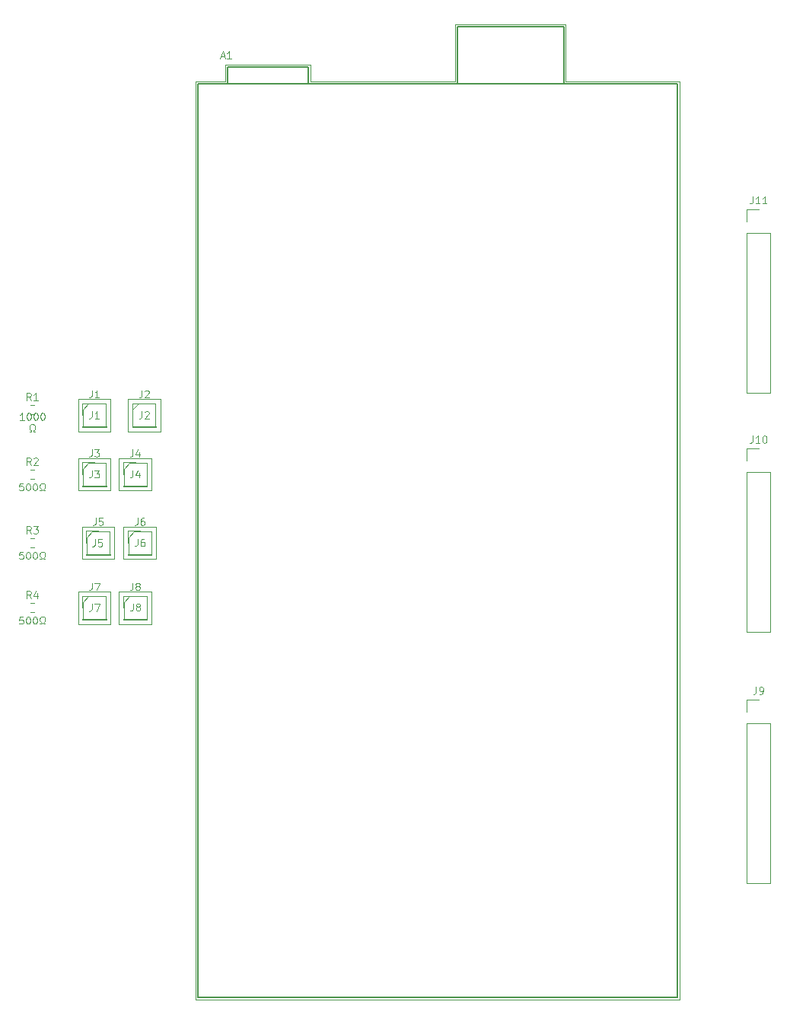
<source format=gbr>
%TF.GenerationSoftware,Flux,Pcbnew,7.0.11-7.0.11~ubuntu20.04.1*%
%TF.CreationDate,2024-04-02T09:14:25+00:00*%
%TF.ProjectId,input,696e7075-742e-46b6-9963-61645f706362,rev?*%
%TF.SameCoordinates,Original*%
%TF.FileFunction,Legend,Top*%
%TF.FilePolarity,Positive*%
%FSLAX46Y46*%
G04 Gerber Fmt 4.6, Leading zero omitted, Abs format (unit mm)*
G04 Filename: strong-peach-translation-collar*
G04 Build it with Flux! Visit our site at: https://www.flux.ai (PCBNEW 7.0.11-7.0.11~ubuntu20.04.1) date 2024-04-02 09:14:25*
%MOMM*%
%LPD*%
G01*
G04 APERTURE LIST*
%ADD10C,0.095000*%
%ADD11C,0.100000*%
%ADD12C,0.120000*%
%ADD13C,0.050000*%
%ADD14C,0.127000*%
G04 APERTURE END LIST*
D10*
X-330166Y-3756655D02*
X-330166Y-4328083D01*
X-330166Y-4328083D02*
X-368261Y-4442369D01*
X-368261Y-4442369D02*
X-444452Y-4518560D01*
X-444452Y-4518560D02*
X-558737Y-4556655D01*
X-558737Y-4556655D02*
X-634928Y-4556655D01*
X431738Y-3756655D02*
X50786Y-3756655D01*
X50786Y-3756655D02*
X12690Y-4137607D01*
X12690Y-4137607D02*
X50786Y-4099512D01*
X50786Y-4099512D02*
X126976Y-4061417D01*
X126976Y-4061417D02*
X317452Y-4061417D01*
X317452Y-4061417D02*
X393643Y-4099512D01*
X393643Y-4099512D02*
X431738Y-4137607D01*
X431738Y-4137607D02*
X469833Y-4213798D01*
X469833Y-4213798D02*
X469833Y-4404274D01*
X469833Y-4404274D02*
X431738Y-4480464D01*
X431738Y-4480464D02*
X393643Y-4518560D01*
X393643Y-4518560D02*
X317452Y-4556655D01*
X317452Y-4556655D02*
X126976Y-4556655D01*
X126976Y-4556655D02*
X50786Y-4518560D01*
X50786Y-4518560D02*
X12690Y-4480464D01*
X-266666Y-1389955D02*
X-266666Y-1961383D01*
X-266666Y-1961383D02*
X-304761Y-2075669D01*
X-304761Y-2075669D02*
X-380952Y-2151860D01*
X-380952Y-2151860D02*
X-495237Y-2189955D01*
X-495237Y-2189955D02*
X-571428Y-2189955D01*
X495238Y-1389955D02*
X114286Y-1389955D01*
X114286Y-1389955D02*
X76190Y-1770907D01*
X76190Y-1770907D02*
X114286Y-1732812D01*
X114286Y-1732812D02*
X190476Y-1694717D01*
X190476Y-1694717D02*
X380952Y-1694717D01*
X380952Y-1694717D02*
X457143Y-1732812D01*
X457143Y-1732812D02*
X495238Y-1770907D01*
X495238Y-1770907D02*
X533333Y-1847098D01*
X533333Y-1847098D02*
X533333Y-2037574D01*
X533333Y-2037574D02*
X495238Y-2113764D01*
X495238Y-2113764D02*
X457143Y-2151860D01*
X457143Y-2151860D02*
X380952Y-2189955D01*
X380952Y-2189955D02*
X190476Y-2189955D01*
X190476Y-2189955D02*
X114286Y-2151860D01*
X114286Y-2151860D02*
X76190Y-2113764D01*
X3855333Y3900044D02*
X3855333Y3328616D01*
X3855333Y3328616D02*
X3817238Y3214330D01*
X3817238Y3214330D02*
X3741047Y3138140D01*
X3741047Y3138140D02*
X3626762Y3100044D01*
X3626762Y3100044D02*
X3550571Y3100044D01*
X4579143Y3633378D02*
X4579143Y3100044D01*
X4388667Y3938140D02*
X4198190Y3366711D01*
X4198190Y3366711D02*
X4693429Y3366711D01*
X3855333Y6230044D02*
X3855333Y5658616D01*
X3855333Y5658616D02*
X3817238Y5544330D01*
X3817238Y5544330D02*
X3741047Y5468140D01*
X3741047Y5468140D02*
X3626762Y5430044D01*
X3626762Y5430044D02*
X3550571Y5430044D01*
X4579143Y5963378D02*
X4579143Y5430044D01*
X4388667Y6268140D02*
X4198190Y5696711D01*
X4198190Y5696711D02*
X4693429Y5696711D01*
X-8349371Y-5149955D02*
X-8730323Y-5149955D01*
X-8730323Y-5149955D02*
X-8768419Y-5530907D01*
X-8768419Y-5530907D02*
X-8730323Y-5492812D01*
X-8730323Y-5492812D02*
X-8654133Y-5454717D01*
X-8654133Y-5454717D02*
X-8463657Y-5454717D01*
X-8463657Y-5454717D02*
X-8387466Y-5492812D01*
X-8387466Y-5492812D02*
X-8349371Y-5530907D01*
X-8349371Y-5530907D02*
X-8311276Y-5607098D01*
X-8311276Y-5607098D02*
X-8311276Y-5797574D01*
X-8311276Y-5797574D02*
X-8349371Y-5873764D01*
X-8349371Y-5873764D02*
X-8387466Y-5911860D01*
X-8387466Y-5911860D02*
X-8463657Y-5949955D01*
X-8463657Y-5949955D02*
X-8654133Y-5949955D01*
X-8654133Y-5949955D02*
X-8730323Y-5911860D01*
X-8730323Y-5911860D02*
X-8768419Y-5873764D01*
X-7816037Y-5149955D02*
X-7739847Y-5149955D01*
X-7739847Y-5149955D02*
X-7663656Y-5188050D01*
X-7663656Y-5188050D02*
X-7625561Y-5226145D01*
X-7625561Y-5226145D02*
X-7587466Y-5302336D01*
X-7587466Y-5302336D02*
X-7549371Y-5454717D01*
X-7549371Y-5454717D02*
X-7549371Y-5645193D01*
X-7549371Y-5645193D02*
X-7587466Y-5797574D01*
X-7587466Y-5797574D02*
X-7625561Y-5873764D01*
X-7625561Y-5873764D02*
X-7663656Y-5911860D01*
X-7663656Y-5911860D02*
X-7739847Y-5949955D01*
X-7739847Y-5949955D02*
X-7816037Y-5949955D01*
X-7816037Y-5949955D02*
X-7892228Y-5911860D01*
X-7892228Y-5911860D02*
X-7930323Y-5873764D01*
X-7930323Y-5873764D02*
X-7968418Y-5797574D01*
X-7968418Y-5797574D02*
X-8006514Y-5645193D01*
X-8006514Y-5645193D02*
X-8006514Y-5454717D01*
X-8006514Y-5454717D02*
X-7968418Y-5302336D01*
X-7968418Y-5302336D02*
X-7930323Y-5226145D01*
X-7930323Y-5226145D02*
X-7892228Y-5188050D01*
X-7892228Y-5188050D02*
X-7816037Y-5149955D01*
X-7054132Y-5149955D02*
X-6977942Y-5149955D01*
X-6977942Y-5149955D02*
X-6901751Y-5188050D01*
X-6901751Y-5188050D02*
X-6863656Y-5226145D01*
X-6863656Y-5226145D02*
X-6825561Y-5302336D01*
X-6825561Y-5302336D02*
X-6787466Y-5454717D01*
X-6787466Y-5454717D02*
X-6787466Y-5645193D01*
X-6787466Y-5645193D02*
X-6825561Y-5797574D01*
X-6825561Y-5797574D02*
X-6863656Y-5873764D01*
X-6863656Y-5873764D02*
X-6901751Y-5911860D01*
X-6901751Y-5911860D02*
X-6977942Y-5949955D01*
X-6977942Y-5949955D02*
X-7054132Y-5949955D01*
X-7054132Y-5949955D02*
X-7130323Y-5911860D01*
X-7130323Y-5911860D02*
X-7168418Y-5873764D01*
X-7168418Y-5873764D02*
X-7206513Y-5797574D01*
X-7206513Y-5797574D02*
X-7244609Y-5645193D01*
X-7244609Y-5645193D02*
X-7244609Y-5454717D01*
X-7244609Y-5454717D02*
X-7206513Y-5302336D01*
X-7206513Y-5302336D02*
X-7168418Y-5226145D01*
X-7168418Y-5226145D02*
X-7130323Y-5188050D01*
X-7130323Y-5188050D02*
X-7054132Y-5149955D01*
X-6482704Y-5949955D02*
X-6292227Y-5949955D01*
X-6292227Y-5949955D02*
X-6292227Y-5797574D01*
X-6292227Y-5797574D02*
X-6368418Y-5759479D01*
X-6368418Y-5759479D02*
X-6444608Y-5683288D01*
X-6444608Y-5683288D02*
X-6482704Y-5569002D01*
X-6482704Y-5569002D02*
X-6482704Y-5378526D01*
X-6482704Y-5378526D02*
X-6444608Y-5264240D01*
X-6444608Y-5264240D02*
X-6368418Y-5188050D01*
X-6368418Y-5188050D02*
X-6254132Y-5149955D01*
X-6254132Y-5149955D02*
X-6101751Y-5149955D01*
X-6101751Y-5149955D02*
X-5987465Y-5188050D01*
X-5987465Y-5188050D02*
X-5911275Y-5264240D01*
X-5911275Y-5264240D02*
X-5873180Y-5378526D01*
X-5873180Y-5378526D02*
X-5873180Y-5569002D01*
X-5873180Y-5569002D02*
X-5911275Y-5683288D01*
X-5911275Y-5683288D02*
X-5987465Y-5759479D01*
X-5987465Y-5759479D02*
X-6063656Y-5797574D01*
X-6063656Y-5797574D02*
X-6063656Y-5949955D01*
X-6063656Y-5949955D02*
X-5873180Y-5949955D01*
X-7454132Y-3089955D02*
X-7720799Y-2709002D01*
X-7911275Y-3089955D02*
X-7911275Y-2289955D01*
X-7911275Y-2289955D02*
X-7606513Y-2289955D01*
X-7606513Y-2289955D02*
X-7530323Y-2328050D01*
X-7530323Y-2328050D02*
X-7492228Y-2366145D01*
X-7492228Y-2366145D02*
X-7454132Y-2442336D01*
X-7454132Y-2442336D02*
X-7454132Y-2556621D01*
X-7454132Y-2556621D02*
X-7492228Y-2632812D01*
X-7492228Y-2632812D02*
X-7530323Y-2670907D01*
X-7530323Y-2670907D02*
X-7606513Y-2709002D01*
X-7606513Y-2709002D02*
X-7911275Y-2709002D01*
X-7187466Y-2289955D02*
X-6692228Y-2289955D01*
X-6692228Y-2289955D02*
X-6958894Y-2594717D01*
X-6958894Y-2594717D02*
X-6844609Y-2594717D01*
X-6844609Y-2594717D02*
X-6768418Y-2632812D01*
X-6768418Y-2632812D02*
X-6730323Y-2670907D01*
X-6730323Y-2670907D02*
X-6692228Y-2747098D01*
X-6692228Y-2747098D02*
X-6692228Y-2937574D01*
X-6692228Y-2937574D02*
X-6730323Y-3013764D01*
X-6730323Y-3013764D02*
X-6768418Y-3051860D01*
X-6768418Y-3051860D02*
X-6844609Y-3089955D01*
X-6844609Y-3089955D02*
X-7073180Y-3089955D01*
X-7073180Y-3089955D02*
X-7149371Y-3051860D01*
X-7149371Y-3051860D02*
X-7187466Y-3013764D01*
X4860133Y10485544D02*
X4860133Y9914116D01*
X4860133Y9914116D02*
X4822038Y9799830D01*
X4822038Y9799830D02*
X4745847Y9723640D01*
X4745847Y9723640D02*
X4631562Y9685544D01*
X4631562Y9685544D02*
X4555371Y9685544D01*
X5202990Y10409354D02*
X5241086Y10447449D01*
X5241086Y10447449D02*
X5317276Y10485544D01*
X5317276Y10485544D02*
X5507752Y10485544D01*
X5507752Y10485544D02*
X5583943Y10447449D01*
X5583943Y10447449D02*
X5622038Y10409354D01*
X5622038Y10409354D02*
X5660133Y10333163D01*
X5660133Y10333163D02*
X5660133Y10256973D01*
X5660133Y10256973D02*
X5622038Y10142687D01*
X5622038Y10142687D02*
X5164895Y9685544D01*
X5164895Y9685544D02*
X5660133Y9685544D01*
X4860133Y12815544D02*
X4860133Y12244116D01*
X4860133Y12244116D02*
X4822038Y12129830D01*
X4822038Y12129830D02*
X4745847Y12053640D01*
X4745847Y12053640D02*
X4631562Y12015544D01*
X4631562Y12015544D02*
X4555371Y12015544D01*
X5202990Y12739354D02*
X5241086Y12777449D01*
X5241086Y12777449D02*
X5317276Y12815544D01*
X5317276Y12815544D02*
X5507752Y12815544D01*
X5507752Y12815544D02*
X5583943Y12777449D01*
X5583943Y12777449D02*
X5622038Y12739354D01*
X5622038Y12739354D02*
X5660133Y12663163D01*
X5660133Y12663163D02*
X5660133Y12586973D01*
X5660133Y12586973D02*
X5622038Y12472687D01*
X5622038Y12472687D02*
X5164895Y12015544D01*
X5164895Y12015544D02*
X5660133Y12015544D01*
X-8349371Y-12359855D02*
X-8730323Y-12359855D01*
X-8730323Y-12359855D02*
X-8768419Y-12740807D01*
X-8768419Y-12740807D02*
X-8730323Y-12702712D01*
X-8730323Y-12702712D02*
X-8654133Y-12664617D01*
X-8654133Y-12664617D02*
X-8463657Y-12664617D01*
X-8463657Y-12664617D02*
X-8387466Y-12702712D01*
X-8387466Y-12702712D02*
X-8349371Y-12740807D01*
X-8349371Y-12740807D02*
X-8311276Y-12816998D01*
X-8311276Y-12816998D02*
X-8311276Y-13007474D01*
X-8311276Y-13007474D02*
X-8349371Y-13083664D01*
X-8349371Y-13083664D02*
X-8387466Y-13121760D01*
X-8387466Y-13121760D02*
X-8463657Y-13159855D01*
X-8463657Y-13159855D02*
X-8654133Y-13159855D01*
X-8654133Y-13159855D02*
X-8730323Y-13121760D01*
X-8730323Y-13121760D02*
X-8768419Y-13083664D01*
X-7816037Y-12359855D02*
X-7739847Y-12359855D01*
X-7739847Y-12359855D02*
X-7663656Y-12397950D01*
X-7663656Y-12397950D02*
X-7625561Y-12436045D01*
X-7625561Y-12436045D02*
X-7587466Y-12512236D01*
X-7587466Y-12512236D02*
X-7549371Y-12664617D01*
X-7549371Y-12664617D02*
X-7549371Y-12855093D01*
X-7549371Y-12855093D02*
X-7587466Y-13007474D01*
X-7587466Y-13007474D02*
X-7625561Y-13083664D01*
X-7625561Y-13083664D02*
X-7663656Y-13121760D01*
X-7663656Y-13121760D02*
X-7739847Y-13159855D01*
X-7739847Y-13159855D02*
X-7816037Y-13159855D01*
X-7816037Y-13159855D02*
X-7892228Y-13121760D01*
X-7892228Y-13121760D02*
X-7930323Y-13083664D01*
X-7930323Y-13083664D02*
X-7968418Y-13007474D01*
X-7968418Y-13007474D02*
X-8006514Y-12855093D01*
X-8006514Y-12855093D02*
X-8006514Y-12664617D01*
X-8006514Y-12664617D02*
X-7968418Y-12512236D01*
X-7968418Y-12512236D02*
X-7930323Y-12436045D01*
X-7930323Y-12436045D02*
X-7892228Y-12397950D01*
X-7892228Y-12397950D02*
X-7816037Y-12359855D01*
X-7054132Y-12359855D02*
X-6977942Y-12359855D01*
X-6977942Y-12359855D02*
X-6901751Y-12397950D01*
X-6901751Y-12397950D02*
X-6863656Y-12436045D01*
X-6863656Y-12436045D02*
X-6825561Y-12512236D01*
X-6825561Y-12512236D02*
X-6787466Y-12664617D01*
X-6787466Y-12664617D02*
X-6787466Y-12855093D01*
X-6787466Y-12855093D02*
X-6825561Y-13007474D01*
X-6825561Y-13007474D02*
X-6863656Y-13083664D01*
X-6863656Y-13083664D02*
X-6901751Y-13121760D01*
X-6901751Y-13121760D02*
X-6977942Y-13159855D01*
X-6977942Y-13159855D02*
X-7054132Y-13159855D01*
X-7054132Y-13159855D02*
X-7130323Y-13121760D01*
X-7130323Y-13121760D02*
X-7168418Y-13083664D01*
X-7168418Y-13083664D02*
X-7206513Y-13007474D01*
X-7206513Y-13007474D02*
X-7244609Y-12855093D01*
X-7244609Y-12855093D02*
X-7244609Y-12664617D01*
X-7244609Y-12664617D02*
X-7206513Y-12512236D01*
X-7206513Y-12512236D02*
X-7168418Y-12436045D01*
X-7168418Y-12436045D02*
X-7130323Y-12397950D01*
X-7130323Y-12397950D02*
X-7054132Y-12359855D01*
X-6482704Y-13159855D02*
X-6292227Y-13159855D01*
X-6292227Y-13159855D02*
X-6292227Y-13007474D01*
X-6292227Y-13007474D02*
X-6368418Y-12969379D01*
X-6368418Y-12969379D02*
X-6444608Y-12893188D01*
X-6444608Y-12893188D02*
X-6482704Y-12778902D01*
X-6482704Y-12778902D02*
X-6482704Y-12588426D01*
X-6482704Y-12588426D02*
X-6444608Y-12474140D01*
X-6444608Y-12474140D02*
X-6368418Y-12397950D01*
X-6368418Y-12397950D02*
X-6254132Y-12359855D01*
X-6254132Y-12359855D02*
X-6101751Y-12359855D01*
X-6101751Y-12359855D02*
X-5987465Y-12397950D01*
X-5987465Y-12397950D02*
X-5911275Y-12474140D01*
X-5911275Y-12474140D02*
X-5873180Y-12588426D01*
X-5873180Y-12588426D02*
X-5873180Y-12778902D01*
X-5873180Y-12778902D02*
X-5911275Y-12893188D01*
X-5911275Y-12893188D02*
X-5987465Y-12969379D01*
X-5987465Y-12969379D02*
X-6063656Y-13007474D01*
X-6063656Y-13007474D02*
X-6063656Y-13159855D01*
X-6063656Y-13159855D02*
X-5873180Y-13159855D01*
X-7454132Y-10299855D02*
X-7720799Y-9918902D01*
X-7911275Y-10299855D02*
X-7911275Y-9499855D01*
X-7911275Y-9499855D02*
X-7606513Y-9499855D01*
X-7606513Y-9499855D02*
X-7530323Y-9537950D01*
X-7530323Y-9537950D02*
X-7492228Y-9576045D01*
X-7492228Y-9576045D02*
X-7454132Y-9652236D01*
X-7454132Y-9652236D02*
X-7454132Y-9766521D01*
X-7454132Y-9766521D02*
X-7492228Y-9842712D01*
X-7492228Y-9842712D02*
X-7530323Y-9880807D01*
X-7530323Y-9880807D02*
X-7606513Y-9918902D01*
X-7606513Y-9918902D02*
X-7911275Y-9918902D01*
X-6768418Y-9766521D02*
X-6768418Y-10299855D01*
X-6958894Y-9461760D02*
X-7149371Y-10033188D01*
X-7149371Y-10033188D02*
X-6654132Y-10033188D01*
X13670871Y49943116D02*
X14051824Y49943116D01*
X13594681Y49714544D02*
X13861348Y50514544D01*
X13861348Y50514544D02*
X14128014Y49714544D01*
X14813728Y49714544D02*
X14356585Y49714544D01*
X14585157Y49714544D02*
X14585157Y50514544D01*
X14585157Y50514544D02*
X14508966Y50400259D01*
X14508966Y50400259D02*
X14432776Y50324068D01*
X14432776Y50324068D02*
X14356585Y50285973D01*
X-685166Y3900044D02*
X-685166Y3328616D01*
X-685166Y3328616D02*
X-723261Y3214330D01*
X-723261Y3214330D02*
X-799452Y3138140D01*
X-799452Y3138140D02*
X-913737Y3100044D01*
X-913737Y3100044D02*
X-989928Y3100044D01*
X-380404Y3900044D02*
X114833Y3900044D01*
X114833Y3900044D02*
X-151832Y3595282D01*
X-151832Y3595282D02*
X-37547Y3595282D01*
X-37547Y3595282D02*
X38643Y3557187D01*
X38643Y3557187D02*
X76738Y3519092D01*
X76738Y3519092D02*
X114833Y3442901D01*
X114833Y3442901D02*
X114833Y3252425D01*
X114833Y3252425D02*
X76738Y3176235D01*
X76738Y3176235D02*
X38643Y3138140D01*
X38643Y3138140D02*
X-37547Y3100044D01*
X-37547Y3100044D02*
X-266118Y3100044D01*
X-266118Y3100044D02*
X-342309Y3138140D01*
X-342309Y3138140D02*
X-380404Y3176235D01*
X-685166Y6230044D02*
X-685166Y5658616D01*
X-685166Y5658616D02*
X-723261Y5544330D01*
X-723261Y5544330D02*
X-799452Y5468140D01*
X-799452Y5468140D02*
X-913737Y5430044D01*
X-913737Y5430044D02*
X-989928Y5430044D01*
X-380404Y6230044D02*
X114833Y6230044D01*
X114833Y6230044D02*
X-151832Y5925282D01*
X-151832Y5925282D02*
X-37547Y5925282D01*
X-37547Y5925282D02*
X38643Y5887187D01*
X38643Y5887187D02*
X76738Y5849092D01*
X76738Y5849092D02*
X114833Y5772901D01*
X114833Y5772901D02*
X114833Y5582425D01*
X114833Y5582425D02*
X76738Y5506235D01*
X76738Y5506235D02*
X38643Y5468140D01*
X38643Y5468140D02*
X-37547Y5430044D01*
X-37547Y5430044D02*
X-266118Y5430044D01*
X-266118Y5430044D02*
X-342309Y5468140D01*
X-342309Y5468140D02*
X-380404Y5506235D01*
X3898033Y-10901855D02*
X3898033Y-11473283D01*
X3898033Y-11473283D02*
X3859938Y-11587569D01*
X3859938Y-11587569D02*
X3783747Y-11663760D01*
X3783747Y-11663760D02*
X3669462Y-11701855D01*
X3669462Y-11701855D02*
X3593271Y-11701855D01*
X4393271Y-11244712D02*
X4317081Y-11206617D01*
X4317081Y-11206617D02*
X4278986Y-11168521D01*
X4278986Y-11168521D02*
X4240890Y-11092331D01*
X4240890Y-11092331D02*
X4240890Y-11054236D01*
X4240890Y-11054236D02*
X4278986Y-10978045D01*
X4278986Y-10978045D02*
X4317081Y-10939950D01*
X4317081Y-10939950D02*
X4393271Y-10901855D01*
X4393271Y-10901855D02*
X4545652Y-10901855D01*
X4545652Y-10901855D02*
X4621843Y-10939950D01*
X4621843Y-10939950D02*
X4659938Y-10978045D01*
X4659938Y-10978045D02*
X4698033Y-11054236D01*
X4698033Y-11054236D02*
X4698033Y-11092331D01*
X4698033Y-11092331D02*
X4659938Y-11168521D01*
X4659938Y-11168521D02*
X4621843Y-11206617D01*
X4621843Y-11206617D02*
X4545652Y-11244712D01*
X4545652Y-11244712D02*
X4393271Y-11244712D01*
X4393271Y-11244712D02*
X4317081Y-11282807D01*
X4317081Y-11282807D02*
X4278986Y-11320902D01*
X4278986Y-11320902D02*
X4240890Y-11397093D01*
X4240890Y-11397093D02*
X4240890Y-11549474D01*
X4240890Y-11549474D02*
X4278986Y-11625664D01*
X4278986Y-11625664D02*
X4317081Y-11663760D01*
X4317081Y-11663760D02*
X4393271Y-11701855D01*
X4393271Y-11701855D02*
X4545652Y-11701855D01*
X4545652Y-11701855D02*
X4621843Y-11663760D01*
X4621843Y-11663760D02*
X4659938Y-11625664D01*
X4659938Y-11625664D02*
X4698033Y-11549474D01*
X4698033Y-11549474D02*
X4698033Y-11397093D01*
X4698033Y-11397093D02*
X4659938Y-11320902D01*
X4659938Y-11320902D02*
X4621843Y-11282807D01*
X4621843Y-11282807D02*
X4545652Y-11244712D01*
X3855333Y-8599855D02*
X3855333Y-9171283D01*
X3855333Y-9171283D02*
X3817238Y-9285569D01*
X3817238Y-9285569D02*
X3741047Y-9361760D01*
X3741047Y-9361760D02*
X3626762Y-9399855D01*
X3626762Y-9399855D02*
X3550571Y-9399855D01*
X4350571Y-8942712D02*
X4274381Y-8904617D01*
X4274381Y-8904617D02*
X4236286Y-8866521D01*
X4236286Y-8866521D02*
X4198190Y-8790331D01*
X4198190Y-8790331D02*
X4198190Y-8752236D01*
X4198190Y-8752236D02*
X4236286Y-8676045D01*
X4236286Y-8676045D02*
X4274381Y-8637950D01*
X4274381Y-8637950D02*
X4350571Y-8599855D01*
X4350571Y-8599855D02*
X4502952Y-8599855D01*
X4502952Y-8599855D02*
X4579143Y-8637950D01*
X4579143Y-8637950D02*
X4617238Y-8676045D01*
X4617238Y-8676045D02*
X4655333Y-8752236D01*
X4655333Y-8752236D02*
X4655333Y-8790331D01*
X4655333Y-8790331D02*
X4617238Y-8866521D01*
X4617238Y-8866521D02*
X4579143Y-8904617D01*
X4579143Y-8904617D02*
X4502952Y-8942712D01*
X4502952Y-8942712D02*
X4350571Y-8942712D01*
X4350571Y-8942712D02*
X4274381Y-8980807D01*
X4274381Y-8980807D02*
X4236286Y-9018902D01*
X4236286Y-9018902D02*
X4198190Y-9095093D01*
X4198190Y-9095093D02*
X4198190Y-9247474D01*
X4198190Y-9247474D02*
X4236286Y-9323664D01*
X4236286Y-9323664D02*
X4274381Y-9361760D01*
X4274381Y-9361760D02*
X4350571Y-9399855D01*
X4350571Y-9399855D02*
X4502952Y-9399855D01*
X4502952Y-9399855D02*
X4579143Y-9361760D01*
X4579143Y-9361760D02*
X4617238Y-9323664D01*
X4617238Y-9323664D02*
X4655333Y-9247474D01*
X4655333Y-9247474D02*
X4655333Y-9095093D01*
X4655333Y-9095093D02*
X4617238Y-9018902D01*
X4617238Y-9018902D02*
X4579143Y-8980807D01*
X4579143Y-8980807D02*
X4502952Y-8942712D01*
X-685166Y10485644D02*
X-685166Y9914216D01*
X-685166Y9914216D02*
X-723261Y9799930D01*
X-723261Y9799930D02*
X-799452Y9723740D01*
X-799452Y9723740D02*
X-913737Y9685644D01*
X-913737Y9685644D02*
X-989928Y9685644D01*
X114833Y9685644D02*
X-342309Y9685644D01*
X-113737Y9685644D02*
X-113737Y10485644D01*
X-113737Y10485644D02*
X-189928Y10371359D01*
X-189928Y10371359D02*
X-266118Y10295168D01*
X-266118Y10295168D02*
X-342309Y10257073D01*
X-685166Y12815644D02*
X-685166Y12244216D01*
X-685166Y12244216D02*
X-723261Y12129930D01*
X-723261Y12129930D02*
X-799452Y12053740D01*
X-799452Y12053740D02*
X-913737Y12015644D01*
X-913737Y12015644D02*
X-989928Y12015644D01*
X114833Y12015644D02*
X-342309Y12015644D01*
X-113737Y12015644D02*
X-113737Y12815644D01*
X-113737Y12815644D02*
X-189928Y12701359D01*
X-189928Y12701359D02*
X-266118Y12625168D01*
X-266118Y12625168D02*
X-342309Y12587073D01*
X-8235086Y9512644D02*
X-8692229Y9512644D01*
X-8463657Y9512644D02*
X-8463657Y10312644D01*
X-8463657Y10312644D02*
X-8539848Y10198359D01*
X-8539848Y10198359D02*
X-8616038Y10122168D01*
X-8616038Y10122168D02*
X-8692229Y10084073D01*
X-7739847Y10312644D02*
X-7663657Y10312644D01*
X-7663657Y10312644D02*
X-7587466Y10274549D01*
X-7587466Y10274549D02*
X-7549371Y10236454D01*
X-7549371Y10236454D02*
X-7511276Y10160263D01*
X-7511276Y10160263D02*
X-7473181Y10007882D01*
X-7473181Y10007882D02*
X-7473181Y9817406D01*
X-7473181Y9817406D02*
X-7511276Y9665025D01*
X-7511276Y9665025D02*
X-7549371Y9588835D01*
X-7549371Y9588835D02*
X-7587466Y9550740D01*
X-7587466Y9550740D02*
X-7663657Y9512644D01*
X-7663657Y9512644D02*
X-7739847Y9512644D01*
X-7739847Y9512644D02*
X-7816038Y9550740D01*
X-7816038Y9550740D02*
X-7854133Y9588835D01*
X-7854133Y9588835D02*
X-7892228Y9665025D01*
X-7892228Y9665025D02*
X-7930324Y9817406D01*
X-7930324Y9817406D02*
X-7930324Y10007882D01*
X-7930324Y10007882D02*
X-7892228Y10160263D01*
X-7892228Y10160263D02*
X-7854133Y10236454D01*
X-7854133Y10236454D02*
X-7816038Y10274549D01*
X-7816038Y10274549D02*
X-7739847Y10312644D01*
X-6977942Y10312644D02*
X-6901752Y10312644D01*
X-6901752Y10312644D02*
X-6825561Y10274549D01*
X-6825561Y10274549D02*
X-6787466Y10236454D01*
X-6787466Y10236454D02*
X-6749371Y10160263D01*
X-6749371Y10160263D02*
X-6711276Y10007882D01*
X-6711276Y10007882D02*
X-6711276Y9817406D01*
X-6711276Y9817406D02*
X-6749371Y9665025D01*
X-6749371Y9665025D02*
X-6787466Y9588835D01*
X-6787466Y9588835D02*
X-6825561Y9550740D01*
X-6825561Y9550740D02*
X-6901752Y9512644D01*
X-6901752Y9512644D02*
X-6977942Y9512644D01*
X-6977942Y9512644D02*
X-7054133Y9550740D01*
X-7054133Y9550740D02*
X-7092228Y9588835D01*
X-7092228Y9588835D02*
X-7130323Y9665025D01*
X-7130323Y9665025D02*
X-7168419Y9817406D01*
X-7168419Y9817406D02*
X-7168419Y10007882D01*
X-7168419Y10007882D02*
X-7130323Y10160263D01*
X-7130323Y10160263D02*
X-7092228Y10236454D01*
X-7092228Y10236454D02*
X-7054133Y10274549D01*
X-7054133Y10274549D02*
X-6977942Y10312644D01*
X-6216037Y10312644D02*
X-6139847Y10312644D01*
X-6139847Y10312644D02*
X-6063656Y10274549D01*
X-6063656Y10274549D02*
X-6025561Y10236454D01*
X-6025561Y10236454D02*
X-5987466Y10160263D01*
X-5987466Y10160263D02*
X-5949371Y10007882D01*
X-5949371Y10007882D02*
X-5949371Y9817406D01*
X-5949371Y9817406D02*
X-5987466Y9665025D01*
X-5987466Y9665025D02*
X-6025561Y9588835D01*
X-6025561Y9588835D02*
X-6063656Y9550740D01*
X-6063656Y9550740D02*
X-6139847Y9512644D01*
X-6139847Y9512644D02*
X-6216037Y9512644D01*
X-6216037Y9512644D02*
X-6292228Y9550740D01*
X-6292228Y9550740D02*
X-6330323Y9588835D01*
X-6330323Y9588835D02*
X-6368418Y9665025D01*
X-6368418Y9665025D02*
X-6406514Y9817406D01*
X-6406514Y9817406D02*
X-6406514Y10007882D01*
X-6406514Y10007882D02*
X-6368418Y10160263D01*
X-6368418Y10160263D02*
X-6330323Y10236454D01*
X-6330323Y10236454D02*
X-6292228Y10274549D01*
X-6292228Y10274549D02*
X-6216037Y10312644D01*
X-7625562Y8224644D02*
X-7435085Y8224644D01*
X-7435085Y8224644D02*
X-7435085Y8377025D01*
X-7435085Y8377025D02*
X-7511276Y8415120D01*
X-7511276Y8415120D02*
X-7587466Y8491311D01*
X-7587466Y8491311D02*
X-7625562Y8605597D01*
X-7625562Y8605597D02*
X-7625562Y8796073D01*
X-7625562Y8796073D02*
X-7587466Y8910359D01*
X-7587466Y8910359D02*
X-7511276Y8986549D01*
X-7511276Y8986549D02*
X-7396990Y9024644D01*
X-7396990Y9024644D02*
X-7244609Y9024644D01*
X-7244609Y9024644D02*
X-7130323Y8986549D01*
X-7130323Y8986549D02*
X-7054133Y8910359D01*
X-7054133Y8910359D02*
X-7016038Y8796073D01*
X-7016038Y8796073D02*
X-7016038Y8605597D01*
X-7016038Y8605597D02*
X-7054133Y8491311D01*
X-7054133Y8491311D02*
X-7130323Y8415120D01*
X-7130323Y8415120D02*
X-7206514Y8377025D01*
X-7206514Y8377025D02*
X-7206514Y8224644D01*
X-7206514Y8224644D02*
X-7016038Y8224644D01*
X-7454132Y11728644D02*
X-7720799Y12109597D01*
X-7911275Y11728644D02*
X-7911275Y12528644D01*
X-7911275Y12528644D02*
X-7606513Y12528644D01*
X-7606513Y12528644D02*
X-7530323Y12490549D01*
X-7530323Y12490549D02*
X-7492228Y12452454D01*
X-7492228Y12452454D02*
X-7454132Y12376263D01*
X-7454132Y12376263D02*
X-7454132Y12261978D01*
X-7454132Y12261978D02*
X-7492228Y12185787D01*
X-7492228Y12185787D02*
X-7530323Y12147692D01*
X-7530323Y12147692D02*
X-7606513Y12109597D01*
X-7606513Y12109597D02*
X-7911275Y12109597D01*
X-6692228Y11728644D02*
X-7149371Y11728644D01*
X-6920799Y11728644D02*
X-6920799Y12528644D01*
X-6920799Y12528644D02*
X-6996990Y12414359D01*
X-6996990Y12414359D02*
X-7073180Y12338168D01*
X-7073180Y12338168D02*
X-7149371Y12300073D01*
X4380333Y-3719755D02*
X4380333Y-4291183D01*
X4380333Y-4291183D02*
X4342238Y-4405469D01*
X4342238Y-4405469D02*
X4266047Y-4481660D01*
X4266047Y-4481660D02*
X4151762Y-4519755D01*
X4151762Y-4519755D02*
X4075571Y-4519755D01*
X5104143Y-3719755D02*
X4951762Y-3719755D01*
X4951762Y-3719755D02*
X4875571Y-3757850D01*
X4875571Y-3757850D02*
X4837476Y-3795945D01*
X4837476Y-3795945D02*
X4761286Y-3910231D01*
X4761286Y-3910231D02*
X4723190Y-4062612D01*
X4723190Y-4062612D02*
X4723190Y-4367374D01*
X4723190Y-4367374D02*
X4761286Y-4443564D01*
X4761286Y-4443564D02*
X4799381Y-4481660D01*
X4799381Y-4481660D02*
X4875571Y-4519755D01*
X4875571Y-4519755D02*
X5027952Y-4519755D01*
X5027952Y-4519755D02*
X5104143Y-4481660D01*
X5104143Y-4481660D02*
X5142238Y-4443564D01*
X5142238Y-4443564D02*
X5180333Y-4367374D01*
X5180333Y-4367374D02*
X5180333Y-4176898D01*
X5180333Y-4176898D02*
X5142238Y-4100707D01*
X5142238Y-4100707D02*
X5104143Y-4062612D01*
X5104143Y-4062612D02*
X5027952Y-4024517D01*
X5027952Y-4024517D02*
X4875571Y-4024517D01*
X4875571Y-4024517D02*
X4799381Y-4062612D01*
X4799381Y-4062612D02*
X4761286Y-4100707D01*
X4761286Y-4100707D02*
X4723190Y-4176898D01*
X4380333Y-1389755D02*
X4380333Y-1961183D01*
X4380333Y-1961183D02*
X4342238Y-2075469D01*
X4342238Y-2075469D02*
X4266047Y-2151660D01*
X4266047Y-2151660D02*
X4151762Y-2189755D01*
X4151762Y-2189755D02*
X4075571Y-2189755D01*
X5104143Y-1389755D02*
X4951762Y-1389755D01*
X4951762Y-1389755D02*
X4875571Y-1427850D01*
X4875571Y-1427850D02*
X4837476Y-1465945D01*
X4837476Y-1465945D02*
X4761286Y-1580231D01*
X4761286Y-1580231D02*
X4723190Y-1732612D01*
X4723190Y-1732612D02*
X4723190Y-2037374D01*
X4723190Y-2037374D02*
X4761286Y-2113564D01*
X4761286Y-2113564D02*
X4799381Y-2151660D01*
X4799381Y-2151660D02*
X4875571Y-2189755D01*
X4875571Y-2189755D02*
X5027952Y-2189755D01*
X5027952Y-2189755D02*
X5104143Y-2151660D01*
X5104143Y-2151660D02*
X5142238Y-2113564D01*
X5142238Y-2113564D02*
X5180333Y-2037374D01*
X5180333Y-2037374D02*
X5180333Y-1846898D01*
X5180333Y-1846898D02*
X5142238Y-1770707D01*
X5142238Y-1770707D02*
X5104143Y-1732612D01*
X5104143Y-1732612D02*
X5027952Y-1694517D01*
X5027952Y-1694517D02*
X4875571Y-1694517D01*
X4875571Y-1694517D02*
X4799381Y-1732612D01*
X4799381Y-1732612D02*
X4761286Y-1770707D01*
X4761286Y-1770707D02*
X4723190Y-1846898D01*
X-685166Y-10929855D02*
X-685166Y-11501283D01*
X-685166Y-11501283D02*
X-723261Y-11615569D01*
X-723261Y-11615569D02*
X-799452Y-11691760D01*
X-799452Y-11691760D02*
X-913737Y-11729855D01*
X-913737Y-11729855D02*
X-989928Y-11729855D01*
X-380404Y-10929855D02*
X152929Y-10929855D01*
X152929Y-10929855D02*
X-189928Y-11729855D01*
X-685166Y-8599855D02*
X-685166Y-9171283D01*
X-685166Y-9171283D02*
X-723261Y-9285569D01*
X-723261Y-9285569D02*
X-799452Y-9361760D01*
X-799452Y-9361760D02*
X-913737Y-9399855D01*
X-913737Y-9399855D02*
X-989928Y-9399855D01*
X-380404Y-8599855D02*
X152929Y-8599855D01*
X152929Y-8599855D02*
X-189928Y-9399855D01*
X-8349371Y2470044D02*
X-8730323Y2470044D01*
X-8730323Y2470044D02*
X-8768419Y2089092D01*
X-8768419Y2089092D02*
X-8730323Y2127187D01*
X-8730323Y2127187D02*
X-8654133Y2165282D01*
X-8654133Y2165282D02*
X-8463657Y2165282D01*
X-8463657Y2165282D02*
X-8387466Y2127187D01*
X-8387466Y2127187D02*
X-8349371Y2089092D01*
X-8349371Y2089092D02*
X-8311276Y2012901D01*
X-8311276Y2012901D02*
X-8311276Y1822425D01*
X-8311276Y1822425D02*
X-8349371Y1746235D01*
X-8349371Y1746235D02*
X-8387466Y1708140D01*
X-8387466Y1708140D02*
X-8463657Y1670044D01*
X-8463657Y1670044D02*
X-8654133Y1670044D01*
X-8654133Y1670044D02*
X-8730323Y1708140D01*
X-8730323Y1708140D02*
X-8768419Y1746235D01*
X-7816037Y2470044D02*
X-7739847Y2470044D01*
X-7739847Y2470044D02*
X-7663656Y2431949D01*
X-7663656Y2431949D02*
X-7625561Y2393854D01*
X-7625561Y2393854D02*
X-7587466Y2317663D01*
X-7587466Y2317663D02*
X-7549371Y2165282D01*
X-7549371Y2165282D02*
X-7549371Y1974806D01*
X-7549371Y1974806D02*
X-7587466Y1822425D01*
X-7587466Y1822425D02*
X-7625561Y1746235D01*
X-7625561Y1746235D02*
X-7663656Y1708140D01*
X-7663656Y1708140D02*
X-7739847Y1670044D01*
X-7739847Y1670044D02*
X-7816037Y1670044D01*
X-7816037Y1670044D02*
X-7892228Y1708140D01*
X-7892228Y1708140D02*
X-7930323Y1746235D01*
X-7930323Y1746235D02*
X-7968418Y1822425D01*
X-7968418Y1822425D02*
X-8006514Y1974806D01*
X-8006514Y1974806D02*
X-8006514Y2165282D01*
X-8006514Y2165282D02*
X-7968418Y2317663D01*
X-7968418Y2317663D02*
X-7930323Y2393854D01*
X-7930323Y2393854D02*
X-7892228Y2431949D01*
X-7892228Y2431949D02*
X-7816037Y2470044D01*
X-7054132Y2470044D02*
X-6977942Y2470044D01*
X-6977942Y2470044D02*
X-6901751Y2431949D01*
X-6901751Y2431949D02*
X-6863656Y2393854D01*
X-6863656Y2393854D02*
X-6825561Y2317663D01*
X-6825561Y2317663D02*
X-6787466Y2165282D01*
X-6787466Y2165282D02*
X-6787466Y1974806D01*
X-6787466Y1974806D02*
X-6825561Y1822425D01*
X-6825561Y1822425D02*
X-6863656Y1746235D01*
X-6863656Y1746235D02*
X-6901751Y1708140D01*
X-6901751Y1708140D02*
X-6977942Y1670044D01*
X-6977942Y1670044D02*
X-7054132Y1670044D01*
X-7054132Y1670044D02*
X-7130323Y1708140D01*
X-7130323Y1708140D02*
X-7168418Y1746235D01*
X-7168418Y1746235D02*
X-7206513Y1822425D01*
X-7206513Y1822425D02*
X-7244609Y1974806D01*
X-7244609Y1974806D02*
X-7244609Y2165282D01*
X-7244609Y2165282D02*
X-7206513Y2317663D01*
X-7206513Y2317663D02*
X-7168418Y2393854D01*
X-7168418Y2393854D02*
X-7130323Y2431949D01*
X-7130323Y2431949D02*
X-7054132Y2470044D01*
X-6482704Y1670044D02*
X-6292227Y1670044D01*
X-6292227Y1670044D02*
X-6292227Y1822425D01*
X-6292227Y1822425D02*
X-6368418Y1860520D01*
X-6368418Y1860520D02*
X-6444608Y1936711D01*
X-6444608Y1936711D02*
X-6482704Y2050997D01*
X-6482704Y2050997D02*
X-6482704Y2241473D01*
X-6482704Y2241473D02*
X-6444608Y2355759D01*
X-6444608Y2355759D02*
X-6368418Y2431949D01*
X-6368418Y2431949D02*
X-6254132Y2470044D01*
X-6254132Y2470044D02*
X-6101751Y2470044D01*
X-6101751Y2470044D02*
X-5987465Y2431949D01*
X-5987465Y2431949D02*
X-5911275Y2355759D01*
X-5911275Y2355759D02*
X-5873180Y2241473D01*
X-5873180Y2241473D02*
X-5873180Y2050997D01*
X-5873180Y2050997D02*
X-5911275Y1936711D01*
X-5911275Y1936711D02*
X-5987465Y1860520D01*
X-5987465Y1860520D02*
X-6063656Y1822425D01*
X-6063656Y1822425D02*
X-6063656Y1670044D01*
X-6063656Y1670044D02*
X-5873180Y1670044D01*
X-7454132Y4530044D02*
X-7720799Y4910997D01*
X-7911275Y4530044D02*
X-7911275Y5330044D01*
X-7911275Y5330044D02*
X-7606513Y5330044D01*
X-7606513Y5330044D02*
X-7530323Y5291949D01*
X-7530323Y5291949D02*
X-7492228Y5253854D01*
X-7492228Y5253854D02*
X-7454132Y5177663D01*
X-7454132Y5177663D02*
X-7454132Y5063378D01*
X-7454132Y5063378D02*
X-7492228Y4987187D01*
X-7492228Y4987187D02*
X-7530323Y4949092D01*
X-7530323Y4949092D02*
X-7606513Y4910997D01*
X-7606513Y4910997D02*
X-7911275Y4910997D01*
X-7149371Y5253854D02*
X-7111275Y5291949D01*
X-7111275Y5291949D02*
X-7035085Y5330044D01*
X-7035085Y5330044D02*
X-6844609Y5330044D01*
X-6844609Y5330044D02*
X-6768418Y5291949D01*
X-6768418Y5291949D02*
X-6730323Y5253854D01*
X-6730323Y5253854D02*
X-6692228Y5177663D01*
X-6692228Y5177663D02*
X-6692228Y5101473D01*
X-6692228Y5101473D02*
X-6730323Y4987187D01*
X-6730323Y4987187D02*
X-7187466Y4530044D01*
X-7187466Y4530044D02*
X-6692228Y4530044D01*
X73207433Y-20150455D02*
X73207433Y-20721883D01*
X73207433Y-20721883D02*
X73169338Y-20836169D01*
X73169338Y-20836169D02*
X73093147Y-20912360D01*
X73093147Y-20912360D02*
X72978862Y-20950455D01*
X72978862Y-20950455D02*
X72902671Y-20950455D01*
X73626481Y-20950455D02*
X73778862Y-20950455D01*
X73778862Y-20950455D02*
X73855052Y-20912360D01*
X73855052Y-20912360D02*
X73893148Y-20874264D01*
X73893148Y-20874264D02*
X73969338Y-20759979D01*
X73969338Y-20759979D02*
X74007433Y-20607598D01*
X74007433Y-20607598D02*
X74007433Y-20302836D01*
X74007433Y-20302836D02*
X73969338Y-20226645D01*
X73969338Y-20226645D02*
X73931243Y-20188550D01*
X73931243Y-20188550D02*
X73855052Y-20150455D01*
X73855052Y-20150455D02*
X73702671Y-20150455D01*
X73702671Y-20150455D02*
X73626481Y-20188550D01*
X73626481Y-20188550D02*
X73588386Y-20226645D01*
X73588386Y-20226645D02*
X73550290Y-20302836D01*
X73550290Y-20302836D02*
X73550290Y-20493312D01*
X73550290Y-20493312D02*
X73588386Y-20569502D01*
X73588386Y-20569502D02*
X73626481Y-20607598D01*
X73626481Y-20607598D02*
X73702671Y-20645693D01*
X73702671Y-20645693D02*
X73855052Y-20645693D01*
X73855052Y-20645693D02*
X73931243Y-20607598D01*
X73931243Y-20607598D02*
X73969338Y-20569502D01*
X73969338Y-20569502D02*
X74007433Y-20493312D01*
X72826480Y7789544D02*
X72826480Y7218116D01*
X72826480Y7218116D02*
X72788385Y7103830D01*
X72788385Y7103830D02*
X72712194Y7027640D01*
X72712194Y7027640D02*
X72597909Y6989544D01*
X72597909Y6989544D02*
X72521718Y6989544D01*
X73626480Y6989544D02*
X73169337Y6989544D01*
X73397909Y6989544D02*
X73397909Y7789544D01*
X73397909Y7789544D02*
X73321718Y7675259D01*
X73321718Y7675259D02*
X73245528Y7599068D01*
X73245528Y7599068D02*
X73169337Y7560973D01*
X74121719Y7789544D02*
X74197909Y7789544D01*
X74197909Y7789544D02*
X74274100Y7751449D01*
X74274100Y7751449D02*
X74312195Y7713354D01*
X74312195Y7713354D02*
X74350290Y7637163D01*
X74350290Y7637163D02*
X74388385Y7484782D01*
X74388385Y7484782D02*
X74388385Y7294306D01*
X74388385Y7294306D02*
X74350290Y7141925D01*
X74350290Y7141925D02*
X74312195Y7065735D01*
X74312195Y7065735D02*
X74274100Y7027640D01*
X74274100Y7027640D02*
X74197909Y6989544D01*
X74197909Y6989544D02*
X74121719Y6989544D01*
X74121719Y6989544D02*
X74045528Y7027640D01*
X74045528Y7027640D02*
X74007433Y7065735D01*
X74007433Y7065735D02*
X73969338Y7141925D01*
X73969338Y7141925D02*
X73931242Y7294306D01*
X73931242Y7294306D02*
X73931242Y7484782D01*
X73931242Y7484782D02*
X73969338Y7637163D01*
X73969338Y7637163D02*
X74007433Y7713354D01*
X74007433Y7713354D02*
X74045528Y7751449D01*
X74045528Y7751449D02*
X74121719Y7789544D01*
X72826480Y34392044D02*
X72826480Y33820616D01*
X72826480Y33820616D02*
X72788385Y33706330D01*
X72788385Y33706330D02*
X72712194Y33630140D01*
X72712194Y33630140D02*
X72597909Y33592044D01*
X72597909Y33592044D02*
X72521718Y33592044D01*
X73626480Y33592044D02*
X73169337Y33592044D01*
X73397909Y33592044D02*
X73397909Y34392044D01*
X73397909Y34392044D02*
X73321718Y34277759D01*
X73321718Y34277759D02*
X73245528Y34201568D01*
X73245528Y34201568D02*
X73169337Y34163473D01*
X74388385Y33592044D02*
X73931242Y33592044D01*
X74159814Y33592044D02*
X74159814Y34392044D01*
X74159814Y34392044D02*
X74083623Y34277759D01*
X74083623Y34277759D02*
X74007433Y34201568D01*
X74007433Y34201568D02*
X73931242Y34163473D01*
D11*
%TO.C,*%
X-635000Y-2884800D02*
X1270000Y-2884800D01*
X1270000Y-2884800D02*
X1270000Y-5424800D01*
X1270000Y-5424800D02*
X-1270000Y-5424800D01*
X-1270000Y-5424800D02*
X-1270000Y-3519800D01*
X-1270000Y-3519800D02*
X-635000Y-2884800D01*
D12*
X-1330000Y-5484800D02*
X1330000Y-5484800D01*
X-1330000Y-5424800D02*
X-1330000Y-5484800D01*
X1330000Y-5424800D02*
X1330000Y-5484800D01*
X-1330000Y-5424800D02*
X1330000Y-5424800D01*
X-1330000Y-4154800D02*
X-1330000Y-2824800D01*
X-1330000Y-2824800D02*
X0Y-2824800D01*
D13*
X-1800000Y-2354800D02*
X-1800000Y-5954800D01*
X-1800000Y-5954800D02*
X1800000Y-5954800D01*
X1800000Y-5954800D02*
X1800000Y-2354800D01*
X1800000Y-2354800D02*
X-1800000Y-2354800D01*
D11*
X3487000Y4735200D02*
X5392000Y4735200D01*
X5392000Y4735200D02*
X5392000Y2195200D01*
X5392000Y2195200D02*
X2852000Y2195200D01*
X2852000Y2195200D02*
X2852000Y4100200D01*
X2852000Y4100200D02*
X3487000Y4735200D01*
D12*
X2792000Y2135200D02*
X5452000Y2135200D01*
X2792000Y2195200D02*
X2792000Y2135200D01*
X5452000Y2195200D02*
X5452000Y2135200D01*
X2792000Y2195200D02*
X5452000Y2195200D01*
X2792000Y3465200D02*
X2792000Y4795200D01*
X2792000Y4795200D02*
X4122000Y4795200D01*
D13*
X2322000Y5265200D02*
X2322000Y1665200D01*
X2322000Y1665200D02*
X5922000Y1665200D01*
X5922000Y1665200D02*
X5922000Y5265200D01*
X5922000Y5265200D02*
X2322000Y5265200D01*
D12*
X-7558100Y-3632300D02*
X-7083500Y-3632300D01*
X-7558100Y-4677300D02*
X-7083500Y-4677300D01*
D11*
X4491800Y11320700D02*
X6396800Y11320700D01*
X6396800Y11320700D02*
X6396800Y8780700D01*
X6396800Y8780700D02*
X3856800Y8780700D01*
X3856800Y8780700D02*
X3856800Y10685700D01*
X3856800Y10685700D02*
X4491800Y11320700D01*
D12*
X3796800Y8720700D02*
X6456800Y8720700D01*
X3796800Y8780700D02*
X3796800Y8720700D01*
X6456800Y8780700D02*
X6456800Y8720700D01*
X3796800Y8780700D02*
X6456800Y8780700D01*
X3796800Y10050700D02*
X3796800Y11380700D01*
X3796800Y11380700D02*
X5126800Y11380700D01*
D13*
X3326800Y11850700D02*
X3326800Y8250700D01*
X3326800Y8250700D02*
X6926800Y8250700D01*
X6926800Y8250700D02*
X6926800Y11850700D01*
X6926800Y11850700D02*
X3326800Y11850700D01*
D12*
X-7558100Y-10842200D02*
X-7083500Y-10842200D01*
X-7558100Y-11887200D02*
X-7083500Y-11887200D01*
D14*
X11097300Y46934700D02*
X14397300Y46934700D01*
X14397300Y46934700D02*
X23389300Y46934700D01*
X23389300Y46934700D02*
X39987300Y46934700D01*
X39987300Y46934700D02*
X51787300Y46934700D01*
X51787300Y46934700D02*
X64437300Y46934700D01*
X64437300Y46934700D02*
X64437300Y-54665300D01*
X64437300Y-54665300D02*
X11097300Y-54665300D01*
X11097300Y-54665300D02*
X11097300Y46934700D01*
X51787300Y46934700D02*
X51787300Y53284700D01*
X51787300Y53284700D02*
X39987300Y53284700D01*
X39987300Y53284700D02*
X39987300Y46934700D01*
X14397300Y46934700D02*
X14397300Y48744700D01*
X14397300Y48744700D02*
X23389300Y48744700D01*
X23389300Y48744700D02*
X23389300Y46934700D01*
X11097300Y46934700D02*
X14397300Y46934700D01*
X14397300Y46934700D02*
X23389300Y46934700D01*
X23389300Y46934700D02*
X39987300Y46934700D01*
X39987300Y46934700D02*
X51787300Y46934700D01*
X51787300Y46934700D02*
X64437300Y46934700D01*
X64437300Y46934700D02*
X64437300Y-54665300D01*
X64437300Y-54665300D02*
X11097300Y-54665300D01*
X11097300Y-54665300D02*
X11097300Y46934700D01*
X51787300Y46934700D02*
X51787300Y53284700D01*
X51787300Y53284700D02*
X39987300Y53284700D01*
X39987300Y53284700D02*
X39987300Y46934700D01*
X14397300Y46934700D02*
X14397300Y48744700D01*
X14397300Y48744700D02*
X23389300Y48744700D01*
X23389300Y48744700D02*
X23389300Y46934700D01*
D13*
X10847300Y47184700D02*
X14147300Y47184700D01*
X14147300Y47184700D02*
X14147300Y48994700D01*
X14147300Y48994700D02*
X23639300Y48994700D01*
X23639300Y48994700D02*
X23639300Y47184700D01*
X23639300Y47184700D02*
X39737300Y47184700D01*
X39737300Y47184700D02*
X39737300Y53534700D01*
X39737300Y53534700D02*
X52037300Y53534700D01*
X52037300Y53534700D02*
X52037300Y47184700D01*
X52037300Y47184700D02*
X64687300Y47184700D01*
X64687300Y47184700D02*
X64687300Y-54915300D01*
X64687300Y-54915300D02*
X10847300Y-54915300D01*
X10847300Y-54915300D02*
X10847300Y47184700D01*
D11*
X-1053500Y4735200D02*
X851500Y4735200D01*
X851500Y4735200D02*
X851500Y2195200D01*
X851500Y2195200D02*
X-1688500Y2195200D01*
X-1688500Y2195200D02*
X-1688500Y4100200D01*
X-1688500Y4100200D02*
X-1053500Y4735200D01*
D12*
X-1748500Y2135200D02*
X911500Y2135200D01*
X-1748500Y2195200D02*
X-1748500Y2135200D01*
X911500Y2195200D02*
X911500Y2135200D01*
X-1748500Y2195200D02*
X911500Y2195200D01*
X-1748500Y3465200D02*
X-1748500Y4795200D01*
X-1748500Y4795200D02*
X-418500Y4795200D01*
D13*
X-2218500Y5265200D02*
X-2218500Y1665200D01*
X-2218500Y1665200D02*
X1381500Y1665200D01*
X1381500Y1665200D02*
X1381500Y5265200D01*
X1381500Y5265200D02*
X-2218500Y5265200D01*
D11*
X3487000Y-10094700D02*
X5392000Y-10094700D01*
X5392000Y-10094700D02*
X5392000Y-12634700D01*
X5392000Y-12634700D02*
X2852000Y-12634700D01*
X2852000Y-12634700D02*
X2852000Y-10729700D01*
X2852000Y-10729700D02*
X3487000Y-10094700D01*
D12*
X2792000Y-12694700D02*
X5452000Y-12694700D01*
X2792000Y-12634700D02*
X2792000Y-12694700D01*
X5452000Y-12634700D02*
X5452000Y-12694700D01*
X2792000Y-12634700D02*
X5452000Y-12634700D01*
X2792000Y-11364700D02*
X2792000Y-10034700D01*
X2792000Y-10034700D02*
X4122000Y-10034700D01*
D13*
X2322000Y-9564700D02*
X2322000Y-13164700D01*
X2322000Y-13164700D02*
X5922000Y-13164700D01*
X5922000Y-13164700D02*
X5922000Y-9564700D01*
X5922000Y-9564700D02*
X2322000Y-9564700D01*
D11*
X-1053500Y11320800D02*
X851500Y11320800D01*
X851500Y11320800D02*
X851500Y8780800D01*
X851500Y8780800D02*
X-1688500Y8780800D01*
X-1688500Y8780800D02*
X-1688500Y10685800D01*
X-1688500Y10685800D02*
X-1053500Y11320800D01*
D12*
X-1748500Y8720800D02*
X911500Y8720800D01*
X-1748500Y8780800D02*
X-1748500Y8720800D01*
X911500Y8780800D02*
X911500Y8720800D01*
X-1748500Y8780800D02*
X911500Y8780800D01*
X-1748500Y10050800D02*
X-1748500Y11380800D01*
X-1748500Y11380800D02*
X-418500Y11380800D01*
D13*
X-2218500Y11850800D02*
X-2218500Y8250800D01*
X-2218500Y8250800D02*
X1381500Y8250800D01*
X1381500Y8250800D02*
X1381500Y11850800D01*
X1381500Y11850800D02*
X-2218500Y11850800D01*
D12*
X-7558100Y11186300D02*
X-7083500Y11186300D01*
X-7558100Y10141300D02*
X-7083500Y10141300D01*
D11*
X4012000Y-2884600D02*
X5917000Y-2884600D01*
X5917000Y-2884600D02*
X5917000Y-5424600D01*
X5917000Y-5424600D02*
X3377000Y-5424600D01*
X3377000Y-5424600D02*
X3377000Y-3519600D01*
X3377000Y-3519600D02*
X4012000Y-2884600D01*
D12*
X3317000Y-5484600D02*
X5977000Y-5484600D01*
X3317000Y-5424600D02*
X3317000Y-5484600D01*
X5977000Y-5424600D02*
X5977000Y-5484600D01*
X3317000Y-5424600D02*
X5977000Y-5424600D01*
X3317000Y-4154600D02*
X3317000Y-2824600D01*
X3317000Y-2824600D02*
X4647000Y-2824600D01*
D13*
X2847000Y-2354600D02*
X2847000Y-5954600D01*
X2847000Y-5954600D02*
X6447000Y-5954600D01*
X6447000Y-5954600D02*
X6447000Y-2354600D01*
X6447000Y-2354600D02*
X2847000Y-2354600D01*
D11*
X-1053500Y-10094700D02*
X851500Y-10094700D01*
X851500Y-10094700D02*
X851500Y-12634700D01*
X851500Y-12634700D02*
X-1688500Y-12634700D01*
X-1688500Y-12634700D02*
X-1688500Y-10729700D01*
X-1688500Y-10729700D02*
X-1053500Y-10094700D01*
D12*
X-1748500Y-12694700D02*
X911500Y-12694700D01*
X-1748500Y-12634700D02*
X-1748500Y-12694700D01*
X911500Y-12634700D02*
X911500Y-12694700D01*
X-1748500Y-12634700D02*
X911500Y-12634700D01*
X-1748500Y-11364700D02*
X-1748500Y-10034700D01*
X-1748500Y-10034700D02*
X-418500Y-10034700D01*
D13*
X-2218500Y-9564700D02*
X-2218500Y-13164700D01*
X-2218500Y-13164700D02*
X1381500Y-13164700D01*
X1381500Y-13164700D02*
X1381500Y-9564700D01*
X1381500Y-9564700D02*
X-2218500Y-9564700D01*
D12*
X-7558100Y3987700D02*
X-7083500Y3987700D01*
X-7558100Y2942700D02*
X-7083500Y2942700D01*
X72144100Y-42025300D02*
X74804100Y-42025300D01*
X72144100Y-24185300D02*
X72144100Y-42025300D01*
X74804100Y-24185300D02*
X74804100Y-42025300D01*
X72144100Y-24185300D02*
X74804100Y-24185300D01*
X72144100Y-22915300D02*
X72144100Y-21585300D01*
X72144100Y-21585300D02*
X73474100Y-21585300D01*
X72144100Y-14085300D02*
X74804100Y-14085300D01*
X72144100Y3754700D02*
X72144100Y-14085300D01*
X74804100Y3754700D02*
X74804100Y-14085300D01*
X72144100Y3754700D02*
X74804100Y3754700D01*
X72144100Y5024700D02*
X72144100Y6354700D01*
X72144100Y6354700D02*
X73474100Y6354700D01*
X72144100Y12517200D02*
X74804100Y12517200D01*
X72144100Y30357200D02*
X72144100Y12517200D01*
X74804100Y30357200D02*
X74804100Y12517200D01*
X72144100Y30357200D02*
X74804100Y30357200D01*
X72144100Y31627200D02*
X72144100Y32957200D01*
X72144100Y32957200D02*
X73474100Y32957200D01*
%TD*%
M02*

</source>
